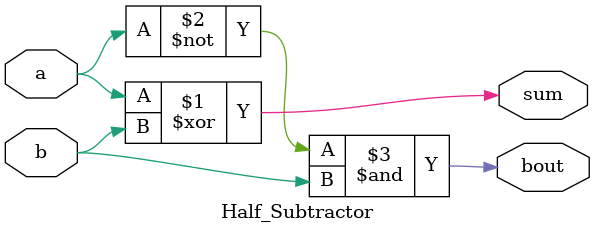
<source format=v>
module Half_Subtractor (input a,b,output sum, bout);

assign sum=a^b;
assign bout=~a&b;

endmodule
</source>
